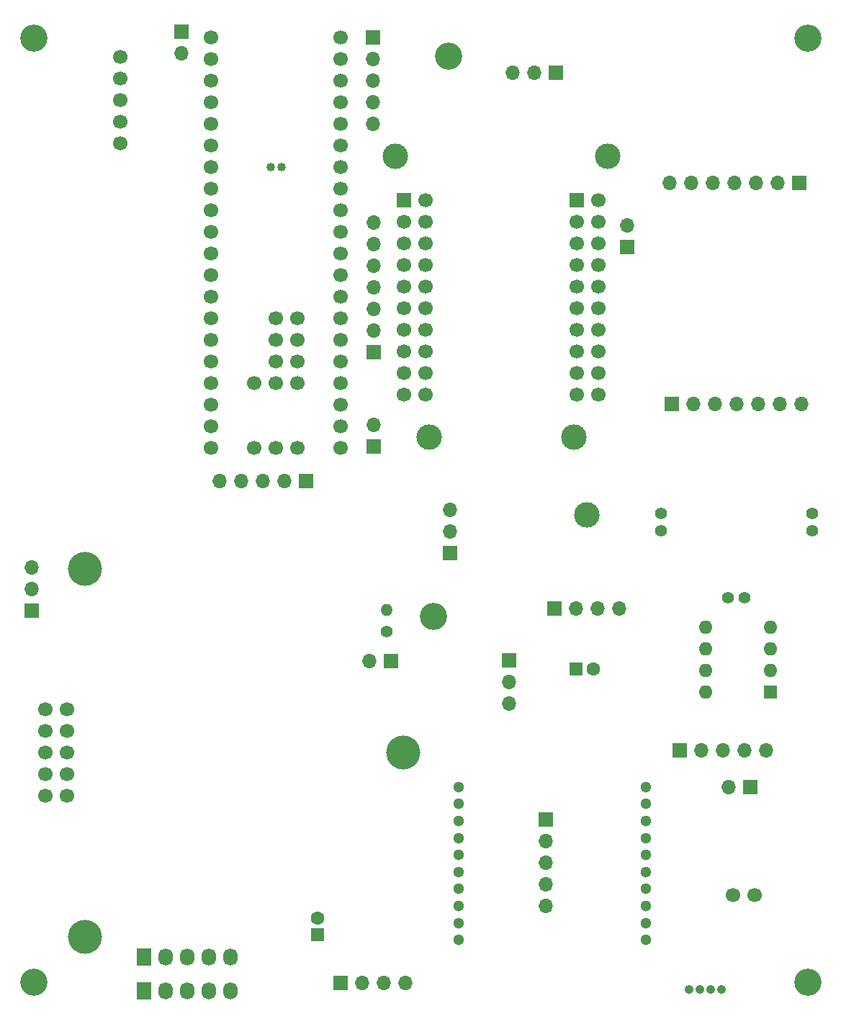
<source format=gbs>
G04 #@! TF.FileFunction,Soldermask,Bot*
%FSLAX46Y46*%
G04 Gerber Fmt 4.6, Leading zero omitted, Abs format (unit mm)*
G04 Created by KiCad (PCBNEW 4.0.6) date 10/30/17 03:38:26*
%MOMM*%
%LPD*%
G01*
G04 APERTURE LIST*
%ADD10C,0.100000*%
%ADD11R,1.700000X1.700000*%
%ADD12O,1.700000X1.700000*%
%ADD13C,1.400000*%
%ADD14O,1.400000X1.400000*%
%ADD15R,1.600000X1.600000*%
%ADD16O,1.600000X1.600000*%
%ADD17R,1.727200X2.032000*%
%ADD18O,1.727200X2.032000*%
%ADD19C,3.000000*%
%ADD20C,1.700000*%
%ADD21C,4.000000*%
%ADD22C,1.050000*%
%ADD23C,1.300000*%
%ADD24C,1.020000*%
%ADD25C,3.200000*%
%ADD26C,1.600000*%
G04 APERTURE END LIST*
D10*
D11*
X79000000Y30250000D03*
D12*
X81540000Y30250000D03*
X84080000Y30250000D03*
X86620000Y30250000D03*
X89160000Y30250000D03*
D11*
X87250000Y26000000D03*
D12*
X84710000Y26000000D03*
D13*
X44500000Y44250000D03*
D14*
X44500000Y46790000D03*
D15*
X89625000Y37125000D03*
D16*
X82005000Y44745000D03*
X89625000Y39665000D03*
X82005000Y42205000D03*
X89625000Y42205000D03*
X82005000Y39665000D03*
X89625000Y44745000D03*
X82005000Y37125000D03*
D17*
X16000000Y6000000D03*
D18*
X18540000Y6000000D03*
X21080000Y6000000D03*
X23620000Y6000000D03*
X26160000Y6000000D03*
D17*
X16000000Y2000000D03*
D18*
X18540000Y2000000D03*
X21080000Y2000000D03*
X23620000Y2000000D03*
X26160000Y2000000D03*
D11*
X72750000Y89500000D03*
D12*
X72750000Y92040000D03*
D11*
X43000000Y66000000D03*
D12*
X43000000Y68540000D03*
D11*
X45000000Y40750000D03*
D12*
X42460000Y40750000D03*
D11*
X58930000Y40860000D03*
D12*
X58930000Y38320000D03*
X58930000Y35780000D03*
D11*
X35050000Y61950000D03*
D12*
X32510000Y61950000D03*
X29970000Y61950000D03*
X27430000Y61950000D03*
X24890000Y61950000D03*
D11*
X2750000Y46750000D03*
D12*
X2750000Y49290000D03*
X2750000Y51830000D03*
D11*
X20400000Y114800000D03*
D12*
X20400000Y112260000D03*
D19*
X66500000Y67140000D03*
X49500000Y67140000D03*
X70500000Y100160000D03*
X45500000Y100160000D03*
D11*
X46570000Y95000000D03*
D20*
X49110000Y95000000D03*
X46570000Y92460000D03*
X49110000Y92460000D03*
X46570000Y89920000D03*
X49110000Y89920000D03*
X46570000Y87380000D03*
X49110000Y87380000D03*
X46570000Y84840000D03*
X49110000Y84840000D03*
X46570000Y82300000D03*
X49110000Y82300000D03*
X46570000Y79760000D03*
X49110000Y79760000D03*
X46570000Y77220000D03*
X49110000Y77220000D03*
X46570000Y74680000D03*
X49110000Y74680000D03*
X46570000Y72140000D03*
X49110000Y72140000D03*
D11*
X66890000Y95000000D03*
D20*
X69430000Y95000000D03*
X66890000Y92460000D03*
X69430000Y92460000D03*
X66890000Y89920000D03*
X69430000Y89920000D03*
X66890000Y87380000D03*
X69430000Y87380000D03*
X66890000Y84840000D03*
X69430000Y84840000D03*
X66890000Y82300000D03*
X69430000Y82300000D03*
X66890000Y79760000D03*
X69430000Y79760000D03*
X66890000Y77220000D03*
X69430000Y77220000D03*
X66890000Y74680000D03*
X69430000Y74680000D03*
X66890000Y72140000D03*
X69430000Y72140000D03*
D11*
X52000000Y53500000D03*
D12*
X52000000Y56040000D03*
X52000000Y58580000D03*
D20*
X85230000Y13250000D03*
X87770000Y13250000D03*
D13*
X84625000Y48235000D03*
X86625000Y48235000D03*
X76735000Y56125000D03*
X76735000Y58125000D03*
X94515000Y56125000D03*
X94515000Y58125000D03*
D20*
X6900000Y35080000D03*
X4360000Y35080000D03*
X6900000Y32540000D03*
X4360000Y32540000D03*
X6900000Y30000000D03*
X4360000Y30000000D03*
X6900000Y27460000D03*
X4360000Y27460000D03*
X6900000Y24920000D03*
X4360000Y24920000D03*
D21*
X46500000Y30000000D03*
X9000000Y8350000D03*
X9000000Y51650000D03*
D22*
X80070000Y2160000D03*
X81340000Y2160000D03*
X82610000Y2160000D03*
X83880000Y2160000D03*
D11*
X78000000Y71000000D03*
D12*
X80540000Y71000000D03*
X83080000Y71000000D03*
X85620000Y71000000D03*
X88160000Y71000000D03*
X90700000Y71000000D03*
X93240000Y71000000D03*
D11*
X93000000Y97000000D03*
D12*
X90460000Y97000000D03*
X87920000Y97000000D03*
X85380000Y97000000D03*
X82840000Y97000000D03*
X80300000Y97000000D03*
X77760000Y97000000D03*
D23*
X75000000Y8000000D03*
X75000000Y10000000D03*
X75000000Y12000000D03*
X75000000Y14000000D03*
X75000000Y16000000D03*
X75000000Y18000000D03*
X75000000Y20000000D03*
X75000000Y22000000D03*
X75000000Y24000000D03*
X75000000Y26000000D03*
X53000000Y26000000D03*
X53000000Y24000000D03*
X53000000Y22000000D03*
X53000000Y20000000D03*
X53000000Y18000000D03*
X53000000Y16000000D03*
X53000000Y14000000D03*
X53000000Y12000000D03*
X53000000Y10000000D03*
X53000000Y8000000D03*
D20*
X13200000Y111800000D03*
X13200000Y109260000D03*
X13200000Y106720000D03*
X13200000Y104180000D03*
X13200000Y101640000D03*
D11*
X64250000Y47000000D03*
D12*
X66790000Y47000000D03*
X69330000Y47000000D03*
X71870000Y47000000D03*
D19*
X68060000Y58000000D03*
D24*
X32135000Y98890000D03*
X30865000Y98890000D03*
X30865000Y98890000D03*
X32135000Y98890000D03*
X32135000Y98890000D03*
X30865000Y98890000D03*
X30865000Y98890000D03*
X32135000Y98890000D03*
D20*
X23880000Y114130000D03*
X23880000Y111590000D03*
X23880000Y109050000D03*
X23880000Y106510000D03*
X23880000Y103970000D03*
X23880000Y101430000D03*
X23880000Y98890000D03*
X23880000Y96350000D03*
X23880000Y93810000D03*
X23880000Y91270000D03*
X23880000Y88730000D03*
X23880000Y86190000D03*
X23880000Y83650000D03*
X23880000Y81110000D03*
X23880000Y78570000D03*
X23880000Y76030000D03*
X23880000Y73490000D03*
X23880000Y70950000D03*
X23880000Y68410000D03*
X23880000Y65870000D03*
X28960000Y65870000D03*
X31500000Y65870000D03*
X34040000Y65870000D03*
X31500000Y81110000D03*
X34040000Y81110000D03*
X31500000Y78570000D03*
X34040000Y78570000D03*
X31500000Y76030000D03*
X34040000Y76030000D03*
X28960000Y73490000D03*
X31500000Y73490000D03*
X34040000Y73490000D03*
X39120000Y65870000D03*
X39120000Y68410000D03*
X39120000Y70950000D03*
X39120000Y73490000D03*
X39120000Y76030000D03*
X39120000Y78570000D03*
X39120000Y81110000D03*
X39120000Y83650000D03*
X39120000Y86190000D03*
X39120000Y88730000D03*
X39120000Y91270000D03*
X39120000Y93810000D03*
X39120000Y96350000D03*
X39120000Y98890000D03*
X39120000Y101430000D03*
X39120000Y103970000D03*
X39120000Y106510000D03*
X39120000Y109050000D03*
X39120000Y111590000D03*
X39120000Y114130000D03*
D11*
X39090000Y2920000D03*
D12*
X41630000Y2920000D03*
X44170000Y2920000D03*
X46710000Y2920000D03*
D11*
X63240000Y22200000D03*
D12*
X63240000Y19660000D03*
X63240000Y17120000D03*
X63240000Y14580000D03*
X63240000Y12040000D03*
D11*
X42910000Y114120000D03*
D12*
X42910000Y111580000D03*
X42910000Y109040000D03*
X42910000Y106500000D03*
X42910000Y103960000D03*
D25*
X3000000Y3000000D03*
X94000000Y114000000D03*
X51760000Y111880000D03*
X50000000Y46000000D03*
X3000000Y114000000D03*
X94000000Y3000000D03*
D15*
X66790000Y39870000D03*
D26*
X68790000Y39870000D03*
D15*
X36350000Y8600000D03*
D26*
X36350000Y10600000D03*
D11*
X43010000Y77110000D03*
D12*
X43010000Y79650000D03*
X43010000Y82190000D03*
X43010000Y84730000D03*
X43010000Y87270000D03*
X43010000Y89810000D03*
X43010000Y92350000D03*
D11*
X64410000Y109980000D03*
D12*
X61870000Y109980000D03*
X59330000Y109980000D03*
M02*

</source>
